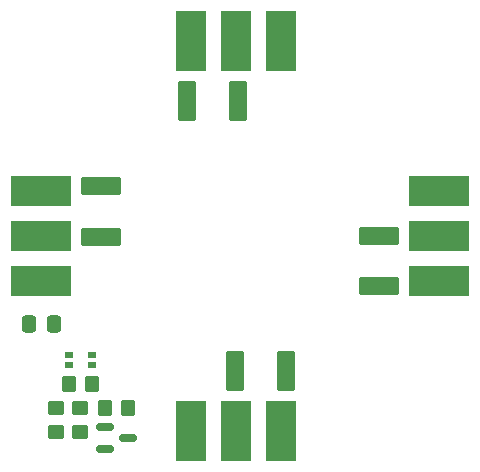
<source format=gbr>
%TF.GenerationSoftware,KiCad,Pcbnew,(6.0.7)*%
%TF.CreationDate,2022-09-13T12:21:28-04:00*%
%TF.ProjectId,switch-board,73776974-6368-42d6-926f-6172642e6b69,A*%
%TF.SameCoordinates,Original*%
%TF.FileFunction,Paste,Top*%
%TF.FilePolarity,Positive*%
%FSLAX46Y46*%
G04 Gerber Fmt 4.6, Leading zero omitted, Abs format (unit mm)*
G04 Created by KiCad (PCBNEW (6.0.7)) date 2022-09-13 12:21:28*
%MOMM*%
%LPD*%
G01*
G04 APERTURE LIST*
G04 Aperture macros list*
%AMRoundRect*
0 Rectangle with rounded corners*
0 $1 Rounding radius*
0 $2 $3 $4 $5 $6 $7 $8 $9 X,Y pos of 4 corners*
0 Add a 4 corners polygon primitive as box body*
4,1,4,$2,$3,$4,$5,$6,$7,$8,$9,$2,$3,0*
0 Add four circle primitives for the rounded corners*
1,1,$1+$1,$2,$3*
1,1,$1+$1,$4,$5*
1,1,$1+$1,$6,$7*
1,1,$1+$1,$8,$9*
0 Add four rect primitives between the rounded corners*
20,1,$1+$1,$2,$3,$4,$5,0*
20,1,$1+$1,$4,$5,$6,$7,0*
20,1,$1+$1,$6,$7,$8,$9,0*
20,1,$1+$1,$8,$9,$2,$3,0*%
G04 Aperture macros list end*
%ADD10RoundRect,0.250000X1.450000X-0.537500X1.450000X0.537500X-1.450000X0.537500X-1.450000X-0.537500X0*%
%ADD11RoundRect,0.250000X0.450000X-0.350000X0.450000X0.350000X-0.450000X0.350000X-0.450000X-0.350000X0*%
%ADD12R,5.080000X2.540000*%
%ADD13RoundRect,0.250000X-0.337500X-0.475000X0.337500X-0.475000X0.337500X0.475000X-0.337500X0.475000X0*%
%ADD14R,2.540000X5.080000*%
%ADD15RoundRect,0.250000X0.350000X0.450000X-0.350000X0.450000X-0.350000X-0.450000X0.350000X-0.450000X0*%
%ADD16RoundRect,0.250000X-0.350000X-0.450000X0.350000X-0.450000X0.350000X0.450000X-0.350000X0.450000X0*%
%ADD17RoundRect,0.250000X0.537500X1.450000X-0.537500X1.450000X-0.537500X-1.450000X0.537500X-1.450000X0*%
%ADD18R,0.800000X0.550000*%
%ADD19RoundRect,0.250000X-0.537500X-1.450000X0.537500X-1.450000X0.537500X1.450000X-0.537500X1.450000X0*%
%ADD20RoundRect,0.250000X-1.450000X0.537500X-1.450000X-0.537500X1.450000X-0.537500X1.450000X0.537500X0*%
%ADD21RoundRect,0.150000X-0.587500X-0.150000X0.587500X-0.150000X0.587500X0.150000X-0.587500X0.150000X0*%
G04 APERTURE END LIST*
D10*
%TO.C,C2*%
X120015000Y-67796500D03*
X120015000Y-63521500D03*
%TD*%
D11*
%TO.C,R4*%
X94742000Y-80121000D03*
X94742000Y-78121000D03*
%TD*%
D12*
%TO.C,J6*%
X125095000Y-63500000D03*
X125095000Y-67310000D03*
X125095000Y-59690000D03*
%TD*%
D13*
%TO.C,C1*%
X90402500Y-70977000D03*
X92477500Y-70977000D03*
%TD*%
D14*
%TO.C,J4*%
X107950000Y-46990000D03*
X104140000Y-46990000D03*
X111760000Y-46990000D03*
%TD*%
D15*
%TO.C,R3*%
X98790000Y-78089000D03*
X96790000Y-78089000D03*
%TD*%
D16*
%TO.C,R1*%
X93742000Y-76057000D03*
X95742000Y-76057000D03*
%TD*%
D17*
%TO.C,C3*%
X112119500Y-74930000D03*
X107844500Y-74930000D03*
%TD*%
D18*
%TO.C,D1*%
X95742000Y-74475000D03*
X95742000Y-73575000D03*
X93742000Y-73575000D03*
X93742000Y-74475000D03*
%TD*%
D19*
%TO.C,C4*%
X103780500Y-52070000D03*
X108055500Y-52070000D03*
%TD*%
D14*
%TO.C,J3*%
X104140000Y-80010000D03*
X111760000Y-80010000D03*
X107950000Y-80010000D03*
%TD*%
D20*
%TO.C,C5*%
X96520000Y-59330500D03*
X96520000Y-63605500D03*
%TD*%
D11*
%TO.C,R2*%
X92710000Y-80105000D03*
X92710000Y-78105000D03*
%TD*%
D12*
%TO.C,J5*%
X91440000Y-63500000D03*
X91440000Y-59690000D03*
X91440000Y-67310000D03*
%TD*%
D21*
%TO.C,Q1*%
X96852500Y-79679000D03*
X96852500Y-81579000D03*
X98727500Y-80629000D03*
%TD*%
M02*

</source>
